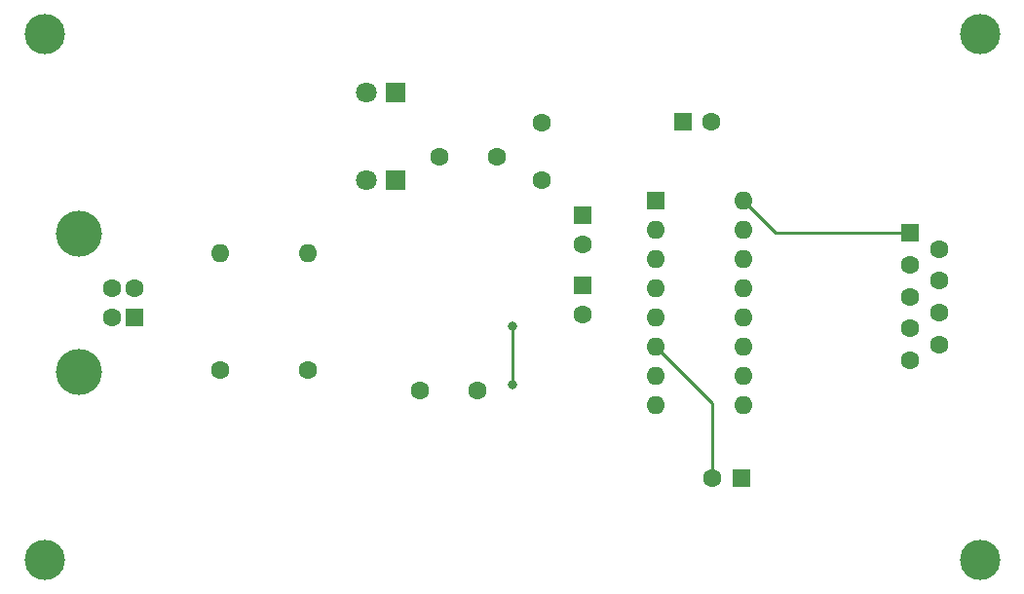
<source format=gbr>
%TF.GenerationSoftware,KiCad,Pcbnew,7.0.1*%
%TF.CreationDate,2023-04-09T16:17:14+09:00*%
%TF.ProjectId,RS232_Converter,52533233-325f-4436-9f6e-766572746572,rev?*%
%TF.SameCoordinates,Original*%
%TF.FileFunction,Copper,L2,Bot*%
%TF.FilePolarity,Positive*%
%FSLAX46Y46*%
G04 Gerber Fmt 4.6, Leading zero omitted, Abs format (unit mm)*
G04 Created by KiCad (PCBNEW 7.0.1) date 2023-04-09 16:17:14*
%MOMM*%
%LPD*%
G01*
G04 APERTURE LIST*
%TA.AperFunction,ComponentPad*%
%ADD10R,1.600000X1.600000*%
%TD*%
%TA.AperFunction,ComponentPad*%
%ADD11C,1.600000*%
%TD*%
%TA.AperFunction,ComponentPad*%
%ADD12C,3.500000*%
%TD*%
%TA.AperFunction,ComponentPad*%
%ADD13R,1.800000X1.800000*%
%TD*%
%TA.AperFunction,ComponentPad*%
%ADD14C,1.800000*%
%TD*%
%TA.AperFunction,ComponentPad*%
%ADD15C,4.000000*%
%TD*%
%TA.AperFunction,ComponentPad*%
%ADD16O,1.600000X1.600000*%
%TD*%
%TA.AperFunction,ViaPad*%
%ADD17C,0.800000*%
%TD*%
%TA.AperFunction,Conductor*%
%ADD18C,0.250000*%
%TD*%
G04 APERTURE END LIST*
D10*
%TO.P,C4,1*%
%TO.N,Net-(U2-C2+)*%
X150919669Y-100640331D03*
D11*
%TO.P,C4,2*%
%TO.N,Net-(U2-C2-)*%
X150919669Y-103140331D03*
%TD*%
D12*
%TO.P,REF\u002A\u002A,1*%
%TO.N,N/C*%
X185420000Y-78740000D03*
%TD*%
D10*
%TO.P,J2,1,1*%
%TO.N,Net-(J1-VBUS)*%
X179329669Y-96050000D03*
D11*
%TO.P,J2,2,2*%
%TO.N,Net-(U2-R1IN)*%
X179329669Y-98820000D03*
%TO.P,J2,3,3*%
%TO.N,Net-(U2-T1OUT)*%
X179329669Y-101590000D03*
%TO.P,J2,4,4*%
%TO.N,unconnected-(J2-Pad4)*%
X179329669Y-104360000D03*
%TO.P,J2,5,5*%
%TO.N,Net-(J1-GND)*%
X179329669Y-107130000D03*
%TO.P,J2,6,6*%
%TO.N,unconnected-(J2-Pad6)*%
X181869669Y-97435000D03*
%TO.P,J2,7,7*%
%TO.N,unconnected-(J2-Pad7)*%
X181869669Y-100205000D03*
%TO.P,J2,8,8*%
%TO.N,unconnected-(J2-Pad8)*%
X181869669Y-102975000D03*
%TO.P,J2,9,9*%
%TO.N,unconnected-(J2-Pad9)*%
X181869669Y-105745000D03*
%TD*%
D10*
%TO.P,C3,1*%
%TO.N,Net-(U2-C1+)*%
X150919669Y-94520331D03*
D11*
%TO.P,C3,2*%
%TO.N,Net-(U2-C1-)*%
X150919669Y-97020331D03*
%TD*%
D13*
%TO.P,D1,1,K*%
%TO.N,Net-(D1-K)*%
X134620000Y-83820000D03*
D14*
%TO.P,D1,2,A*%
%TO.N,Net-(D1-A)*%
X132080000Y-83820000D03*
%TD*%
D11*
%TO.P,C1,1*%
%TO.N,Net-(U1-3V3OUT)*%
X143470000Y-89440331D03*
%TO.P,C1,2*%
%TO.N,Net-(J1-GND)*%
X138470000Y-89440331D03*
%TD*%
D13*
%TO.P,D3,1,K*%
%TO.N,Net-(D3-K)*%
X134620000Y-91440000D03*
D14*
%TO.P,D3,2,A*%
%TO.N,Net-(D3-A)*%
X132080000Y-91440000D03*
%TD*%
D10*
%TO.P,J1,1,VBUS*%
%TO.N,Net-(J1-VBUS)*%
X111987169Y-103390331D03*
D11*
%TO.P,J1,2,D-*%
%TO.N,Net-(J1-D-)*%
X111987169Y-100890331D03*
%TO.P,J1,3,D+*%
%TO.N,Net-(J1-D+)*%
X109987169Y-100890331D03*
%TO.P,J1,4,GND*%
%TO.N,Net-(J1-GND)*%
X109987169Y-103390331D03*
D15*
%TO.P,J1,5,Shield*%
X107127169Y-108140331D03*
X107127169Y-96140331D03*
%TD*%
D11*
%TO.P,R2,1*%
%TO.N,Net-(J1-VBUS)*%
X119380000Y-107950000D03*
D16*
%TO.P,R2,2*%
%TO.N,Net-(D1-A)*%
X119380000Y-97790000D03*
%TD*%
D11*
%TO.P,C7,1*%
%TO.N,Net-(J1-VBUS)*%
X147320000Y-91440000D03*
%TO.P,C7,2*%
%TO.N,Net-(J1-GND)*%
X147320000Y-86440000D03*
%TD*%
%TO.P,C2,1*%
%TO.N,Net-(J1-VBUS)*%
X136719669Y-109760331D03*
%TO.P,C2,2*%
%TO.N,Net-(J1-GND)*%
X141719669Y-109760331D03*
%TD*%
D10*
%TO.P,C6,1*%
%TO.N,Net-(U2-VS+)*%
X159579669Y-86360000D03*
D11*
%TO.P,C6,2*%
%TO.N,Net-(J1-VBUS)*%
X162079669Y-86360000D03*
%TD*%
D12*
%TO.P,REF\u002A\u002A,1*%
%TO.N,N/C*%
X185420000Y-124460000D03*
%TD*%
D10*
%TO.P,C5,1*%
%TO.N,Net-(J1-GND)*%
X164659669Y-117380331D03*
D11*
%TO.P,C5,2*%
%TO.N,Net-(U2-VS-)*%
X162159669Y-117380331D03*
%TD*%
D12*
%TO.P,REF\u002A\u002A,1*%
%TO.N,N/C*%
X104140000Y-78740000D03*
%TD*%
D10*
%TO.P,U2,1,C1+*%
%TO.N,Net-(U2-C1+)*%
X157279669Y-93265331D03*
D16*
%TO.P,U2,2,VS+*%
%TO.N,Net-(U2-VS+)*%
X157279669Y-95805331D03*
%TO.P,U2,3,C1-*%
%TO.N,Net-(U2-C1-)*%
X157279669Y-98345331D03*
%TO.P,U2,4,C2+*%
%TO.N,Net-(U2-C2+)*%
X157279669Y-100885331D03*
%TO.P,U2,5,C2-*%
%TO.N,Net-(U2-C2-)*%
X157279669Y-103425331D03*
%TO.P,U2,6,VS-*%
%TO.N,Net-(U2-VS-)*%
X157279669Y-105965331D03*
%TO.P,U2,7,T2OUT*%
%TO.N,unconnected-(U2-T2OUT-Pad7)*%
X157279669Y-108505331D03*
%TO.P,U2,8,R2IN*%
%TO.N,Net-(J1-GND)*%
X157279669Y-111045331D03*
%TO.P,U2,9,R2OUT*%
%TO.N,unconnected-(U2-R2OUT-Pad9)*%
X164899669Y-111045331D03*
%TO.P,U2,10,T2IN*%
%TO.N,Net-(J1-GND)*%
X164899669Y-108505331D03*
%TO.P,U2,11,T1IN*%
%TO.N,Net-(U1-TXD)*%
X164899669Y-105965331D03*
%TO.P,U2,12,R1OUT*%
%TO.N,Net-(U1-RXD)*%
X164899669Y-103425331D03*
%TO.P,U2,13,R1IN*%
%TO.N,Net-(U2-R1IN)*%
X164899669Y-100885331D03*
%TO.P,U2,14,T1OUT*%
%TO.N,Net-(U2-T1OUT)*%
X164899669Y-98345331D03*
%TO.P,U2,15,GND*%
%TO.N,Net-(J1-GND)*%
X164899669Y-95805331D03*
%TO.P,U2,16,VCC*%
%TO.N,Net-(J1-VBUS)*%
X164899669Y-93265331D03*
%TD*%
D12*
%TO.P,REF\u002A\u002A,1*%
%TO.N,N/C*%
X104140000Y-124460000D03*
%TD*%
D11*
%TO.P,R1,1*%
%TO.N,Net-(J1-VBUS)*%
X127000000Y-107950000D03*
D16*
%TO.P,R1,2*%
%TO.N,Net-(D3-A)*%
X127000000Y-97790000D03*
%TD*%
D17*
%TO.N,Net-(J1-GND)*%
X144780000Y-104140000D03*
X144780000Y-109220000D03*
%TD*%
D18*
%TO.N,Net-(J1-VBUS)*%
X167684338Y-96050000D02*
X179329669Y-96050000D01*
X167684338Y-96050000D02*
X164899669Y-93265331D01*
%TO.N,Net-(J1-GND)*%
X144780000Y-104140000D02*
X144780000Y-109220000D01*
%TO.N,Net-(U2-VS-)*%
X162159669Y-110845331D02*
X162159669Y-117380331D01*
X157279669Y-105965331D02*
X162159669Y-110845331D01*
%TD*%
M02*

</source>
